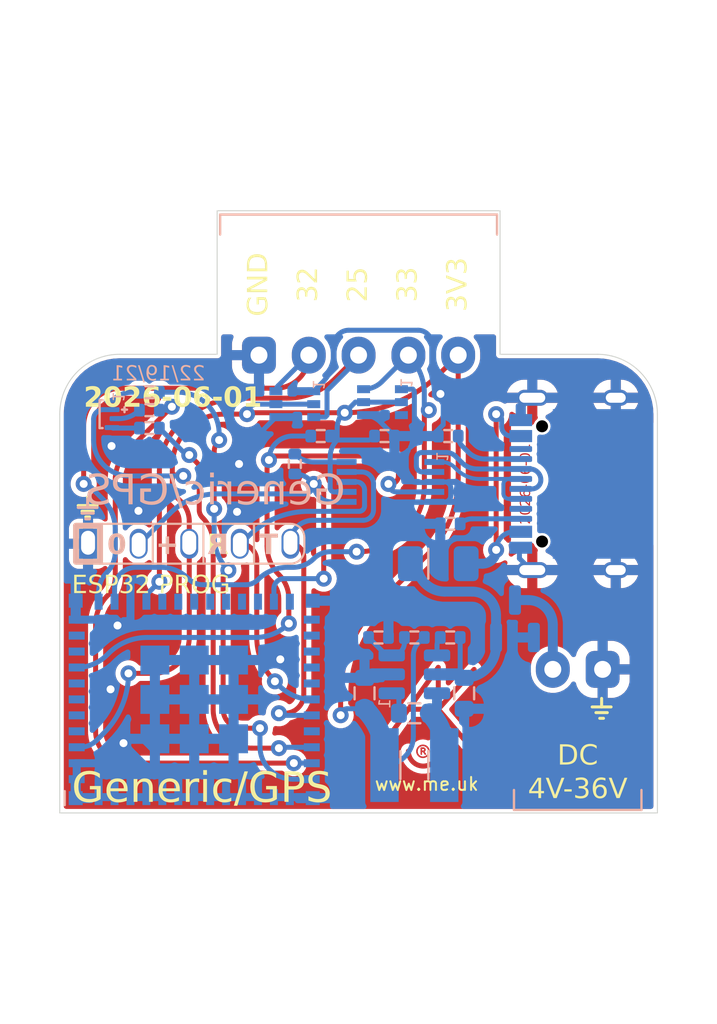
<source format=kicad_pcb>
(kicad_pcb (version 20221018) (generator pcbnew)
  (title_block (title "GPS reference") (rev "5") (company "Adrian Kennard Andrews & Arnold Ltd") (comment 1 "www.me.uk") (comment 2 "@TheRealRevK"))
  (layers (0 "F.Cu" signal) (31 "B.Cu" signal) (34 "B.Paste" user) (35 "F.Paste" user) (36 "B.SilkS" user "B.Silkscreen") (37 "F.SilkS" user "F.Silkscreen") (38 "B.Mask" user) (39 "F.Mask" user) (44 "Edge.Cuts" user))
  (net 0 "")
  (net 1 "D+")
  (net 2 "GND")
  (net 3 "D-")
  (net 4 "+3.3V")
  (net 5 "VBUS")
  (net 6 "O")
  (net 7 "I")
  (net 8 "Net-(D2-BK)")
  (net 9 "Net-(D2-RK)")
  (net 10 "Net-(D2-GK)")
  (net 11 "Net-(J2-CC1)")
  (net 12 "EN")
  (net 13 "DC")
  (net 15 "BOOT")
  (net 16 "G")
  (net 17 "R")
  (net 18 "B")
  (net 19 "Net-(J2-CC2)")
  (net 21 "TICK")
  (net 22 "GPSTX")
  (net 23 "GPSRX")
  (net 24 "Net-(U1-FB)")
  (net 45 "Net-(U1-BST)")
  (net 46 "Net-(U1-SW)")
  (net 48 "Net-(J1-DC)")
  (net 49 "Net-(U1-EN)")
  (footprint "RevK:AJK" (layer "F.Cu") (at 104 146.8)
    (fp_text reference "Logo2" hide)
    (fp_text value "AJK" hide)
  )
  (footprint "RevK:QR-SS" (layer "F.Cu") (at 112 135.5 -90)
    (fp_text reference "U5" hide)
    (fp_text value "QR" hide)
  )
  (footprint "RevK:CH340X" (layer "B.Cu") (at 101.6 135.4 180)
    (fp_text reference "U3" hide)
    (fp_text value "CH340X")
  )
  (footprint "RevK:R_0402" (layer "B.Cu") (at 98.1 133.1 180)
    (fp_text reference "R1" hide)
    (fp_text value "10k" hide)
  )
  (footprint "RevK:MHS190RGBCT" (layer "B.Cu") (at 87.75 132 -90)
    (fp_text reference "D2" hide)
    (fp_text value "LED_BARG" hide)
  )
  (footprint "RevK:R_0402" (layer "B.Cu") (at 101 143.2 180)
    (fp_text reference "R7" hide)
    (fp_text value "40k2" hide)
  )
  (footprint "RevK:R_0402" (layer "B.Cu") (at 104.6 143.2 180)
    (fp_text reference "R4" hide)
    (fp_text value "450k" hide)
  )
  (footprint "RevK:R_0402" (layer "B.Cu") (at 104.6 137.5)
    (fp_text reference "R3" hide)
    (fp_text value "5K1" hide)
  )
  (footprint "RevK:USC16-TR" (layer "B.Cu") (at 110.6 135.5 -90)
    (fp_text reference "J2" hide)
    (fp_text value "USB-C")
  )
  (footprint "RevK:R_0402" (layer "B.Cu") (at 89.5 132.7)
    (fp_text reference "R10" hide)
    (fp_text value "1K" hide)
  )
  (footprint "RevK:SOT-363_SC-70-6" (layer "B.Cu") (at 96.8 131.5 180)
    (fp_text reference "D4" hide)
    (fp_text value "BAV99S")
  )
  (footprint "RevK:ESP32-PICO-MINI-02" (layer "B.Cu") (at 91.75 146.30675)
    (fp_text reference "U2" hide)
    (fp_text value "ESP32-PICO-MINI-02")
  )
  (footprint "RevK:D_1206" (layer "B.Cu") (at 104 139.5)
    (fp_text reference "D1" hide)
    (fp_text value "D")
  )
  (footprint "RevK:R_0402" (layer "B.Cu") (at 89.5 131.8)
    (fp_text reference "R9" hide)
    (fp_text value "300R" hide)
  )
  (footprint "RevK:Shelly" (layer "B.Cu") (at 91.5 138.5 180)
    (fp_text reference "J3" hide)
    (fp_text value "Shelly" hide)
  )
  (footprint "RevK:L_4x4" (layer "B.Cu") (at 102.8 149.6 180)
    (fp_text reference "L1" hide)
    (fp_text value "10uH")
  )
  (footprint "RevK:R_0402" (layer "B.Cu") (at 102.8 143.2 180)
    (fp_text reference "R5" hide)
    (fp_text value "124k" hide)
  )
  (footprint "RevK:SOT-23" (layer "B.Cu") (at 107.85 142.2625 90)
    (fp_text reference "Q1" hide)
    (fp_text value "CJ2301")
  )
  (footprint "RevK:C_0603" (layer "B.Cu") (at 105.3 146 -90)
    (fp_text reference "C2" hide)
    (fp_text value "10uF 50V")
  )
  (footprint "RevK:C_0603" (layer "B.Cu") (at 102.8 147)
    (fp_text reference "C3" hide)
    (fp_text value "100nF")
  )
  (footprint "RevK:SOT-363_SC-70-6" (layer "B.Cu") (at 101.2 131.4 180)
    (fp_text reference "D5" hide)
    (fp_text value "BAV99S")
  )
  (footprint "RevK:C_0603" (layer "B.Cu") (at 100.3 146 90)
    (fp_text reference "C4" hide)
    (fp_text value "10uF 16V")
  )
  (footprint "RevK:R_0402" (layer "B.Cu") (at 96.8 134.5 -90)
    (fp_text reference "R6" hide)
    (fp_text value "4k7" hide)
  )
  (footprint "RevK:R_0402" (layer "B.Cu") (at 89.5 130.9)
    (fp_text reference "R11" hide)
    (fp_text value "100R" hide)
  )
  (footprint "RevK:C_0402" (layer "B.Cu") (at 101.3 133.1)
    (fp_text reference "C1" hide)
    (fp_text value "0.1uF" hide)
  )
  (footprint "RevK:R_0402" (layer "B.Cu") (at 104.5 133.1 180)
    (fp_text reference "R2" hide)
    (fp_text value "5K1" hide)
  )
  (footprint "RevK:PTSM-HH-2-RA" (layer "B.Cu") (at 111 144.8 180)
    (fp_text reference "J1" hide)
    (fp_text value "DC")
  )
  (footprint "RevK:PTSM-HH-5-RA" (layer "B.Cu") (at 100 129.0425)
    (fp_text reference "J4" hide)
    (fp_text value "Conn_01x05")
  )
  (footprint "RevK:SOT-23-6" (layer "B.Cu") (at 102.8 145.05)
    (fp_text reference "U1" hide)
    (fp_text value "MD8942")
  )
  (gr_arc (start 112 129) (mid 114.12132 129.87868) (end 115 132) (stroke (width 0.05)) (layer "Edge.Cuts"))
  (gr_line (start 85 152) (end 85 132) (stroke (width 0.05)) (layer "Edge.Cuts"))
  (gr_line (start 115 152) (end 85 152) (stroke (width 0.05)) (layer "Edge.Cuts"))
  (gr_line (start 88 129) (end 92.9 129) (stroke (width 0.05)) (layer "Edge.Cuts"))
  (gr_line (start 107.1 129) (end 112 129) (stroke (width 0.05)) (layer "Edge.Cuts"))
  (gr_line (start 107.1 121.8) (end 107.1 129) (stroke (width 0.05)) (layer "Edge.Cuts"))
  (gr_line (start 92.9 121.8) (end 107.1 121.8) (stroke (width 0.05)) (layer "Edge.Cuts"))
  (gr_line (start 92.9 129) (end 92.9 121.8) (stroke (width 0.05)) (layer "Edge.Cuts"))
  (gr_arc (start 85 132) (mid 85.87868 129.87868) (end 88 129) (stroke (width 0.05)) (layer "Edge.Cuts"))
  (gr_line (start 115 132) (end 115 152) (stroke (width 0.05)) (layer "Edge.Cuts"))
  (gr_text "Generic/GPS" (at 92.8 135.9) (layer "B.SilkS") (effects (font (size 1.5 1.5)) (justify mirror)))
  (gr_text "22/19/21" (at 92.3 130) (layer "B.SilkS") (effects (font (size 0.75 0.75)) (justify left mirror)))
  (gr_text "Generic/GPS" (at 85.6 151.7) (layer "F.SilkS") (effects (font (size 1.5 1.5)) (justify left bottom)))
  (gr_text "3V3" (at 105 125.5 90) (layer "F.SilkS") (effects (font (size 1 1))))
  (gr_text "33" (at 102.5 125.5 90) (layer "F.SilkS") (effects (font (size 1 1))))
  (gr_text "⏚" (at 112.2 146.8) (layer "F.SilkS") (effects (font (size 1 1))))
  (gr_text "25" (at 100 125.5 90) (layer "F.SilkS") (effects (font (size 1 1))))
  (gr_text "32" (at 97.5 125.5 90) (layer "F.SilkS") (effects (font (size 1 1))))
  (gr_text "${CURRENT_DATE}" (at 86.2 131.8) (layer "F.SilkS") (effects (font (size 1 1) (thickness 0.25) bold) (justify left bottom)))
  (gr_text "DC\n4V-36V" (at 111 150) (layer "F.SilkS") (effects (font (size 1 1))))
  (gr_text "GND" (at 95 125.5 90) (layer "F.SilkS") (effects (font (size 1 1))))
  (segment (start 107.53967 136.25) (end 108.14 136.25) (width 0.2) (layer "B.Cu") (net 1))
  (segment (start 107.27 135.51967) (end 107.27 135.98033) (width 0.2) (layer "B.Cu") (net 1))
  (segment (start 108.14 135.25) (end 106.071751 135.25) (width 0.2) (layer "B.Cu") (net 1))
  (segment (start 104.925 134.775) (end 104.825 134.675) (width 0.2) (layer "B.Cu") (net 1))
  (segment (start 108.14 135.25) (end 107.53967 135.25) (width 0.2) (layer "B.Cu") (net 1))
  (arc (start 107.27 135.98033) (mid 107.348985 136.171015) (end 107.53967 136.25) (width 0.2) (layer "B.Cu") (net 1))
  (arc (start 104.825 134.675) (mid 104.520396 134.47147) (end 104.161092 134.4) (width 0.2) (layer "B.Cu") (net 1))
  (arc (start 106.071751 135.25) (mid 105.451134 135.126552) (end 104.925 134.775) (width 0.2) (layer "B.Cu") (net 1))
  (arc (start 107.53967 135.25) (mid 107.348985 135.328985) (end 107.27 135.51967) (width 0.2) (layer "B.Cu") (net 1))
  (via (at 96.070248 144.297605) (size 0.8) (drill 0.4) (layers "F.Cu" "B.Cu") (net 2))
  (via (at 88.95 136.85) (size 0.8) (drill 0.4) (layers "F.Cu" "B.Cu") (net 2))
  (via (at 87.9 142.6) (size 0.8) (drill 0.4) (layers "F.Cu" "B.Cu") (net 2))
  (via (at 88.2 148.5) (size 0.8) (drill 0.4) (layers "F.Cu" "B.Cu") (net 2))
  (via (at 94 134.5) (size 0.8) (drill 0.4) (layers "F.Cu" "B.Cu") (net 2))
  (via (at 104.108637 130.987983) (size 0.8) (drill 0.4) (layers "F.Cu" "B.Cu") (net 2))
  (via (at 87.55 145.8) (size 0.8) (drill 0.4) (layers "F.Cu" "B.Cu") (net 2))
  (via (at 87.6 133.6) (size 0.8) (drill 0.4) (layers "F.Cu" "B.Cu") (net 2))
  (via (at 93.9 136.9) (size 0.8) (drill 0.4) (layers "F.Cu" "B.Cu") (net 2))
  (segment (start 88.19325 142.30675) (end 88.3 142.30675) (width 0.25) (layer "B.Cu") (net 2))
  (segment (start 103.675 128.480799) (end 103.675 129.97396) (width 0.25) (layer "B.Cu") (net 2))
  (segment (start 102.8 130.931066) (end 102.8 133.1) (width 0.25) (layer "B.Cu") (net 2))
  (segment (start 87.9 142.6) (end 88.19325 142.30675) (width 0.25) (layer "B.Cu") (net 2))
  (segment (start 103.675 133.1) (end 102.8 133.1) (width 0.5) (layer "B.Cu") (net 2))
  (segment (start 108.075 139.24) (end 108.655 139.82) (width 0.25) (layer "B.Cu") (net 2))
  (segment (start 102.8 133.1) (end 101.8 133.1) (width 0.5) (layer "B.Cu") (net 2))
  (segment (start 97.75 130.85) (end 98.166712 130.433288) (width 0.25) (layer "B.Cu") (net 2))
  (segment (start 87.60675 142.30675) (end 87.9 142.6) (width 0.25) (layer "B.Cu") (net 2))
  (segment (start 95.85 132.15) (end 94.353553 133.646447) (width 0.25) (layer "B.Cu") (net 2))
  (segment (start 104.25 131.129346) (end 104.25 132.525) (width 0.25) (layer "B.Cu") (net 2))
  (segment (start 104.108637 130.955461) (end 104.108637 130.987983) (width 0.25) (layer "B.Cu") (net 2))
  (segment (start 103.8 136.4) (end 104.325 136.4) (width 0.25) (layer "B.Cu") (net 2))
  (segment (start 102.15 130.75) (end 102.725 130.75) (width 0.25) (layer "B.Cu") (net 2))
  (segment (start 101.103554 132.403553) (end 101.8 133.1) (width 0.25) (layer "B.Cu") (net 2))
  (segment (start 101.6625 145.05) (end 100.722487 145.05) (width 0.6) (layer "B.Cu") (net 2))
  (segment (start 104.108637 130.987983) (end 104.25 131.129346) (width 0.25) (layer "B.Cu") (net 2))
  (segment (start 103.8 135.4) (end 104.325 135.4) (width 0.25) (layer "B.Cu") (net 2))
  (segment (start 98.760399 129) (end 98.760399 128.5454) (width 0.25) (layer "B.Cu") (net 2))
  (segment (start 97.949022 141.35675) (end 97.7 141.35675) (width 0.25) (layer "B.Cu") (net 2))
  (segment (start 85.85 142.30675) (end 87.60675 142.30675) (width 0.25) (layer "B.Cu") (net 2))
  (segment (start 88.55 142.05675) (end 88.55 141.40675) (width 0.25) (layer "B.Cu") (net 2))
  (segment (start 99.513299 127.7925) (end 102.986701 127.7925) (width 0.25) (layer "B.Cu") (net 2))
  (segment (start 108.075 131.76) (end 108.655 131.18) (width 0.25) (layer "B.Cu") (net 2))
  (segment (start 103.886642 130.733466) (end 104.108637 130.955461) (width 0.25) (layer "B.Cu") (net 2))
  (segment (start 104.625 135.7) (end 104.625 136.1) (width 0.25) (layer "B.Cu") (net 2))
  (segment (start 104.25 132.525) (end 103.675 133.1) (width 0.25) (layer "B.Cu") (net 2))
  (segment (start 108.075 132.3) (end 108.075 131.76) (width 0.25) (layer "B.Cu") (net 2))
  (segment (start 103.775 135.425) (end 102.96284 135.425) (width 0.25) (layer "B.Cu") (net 2))
  (segment (start 108.075 138.7) (end 108.075 139.24) (width 0.25) (layer "B.Cu") (net 2))
  (segment (start 101.8 134.26216) (end 101.8 133.1) (width 0.25) (layer "B.Cu") (net 2))
  (arc (start 103.675 129.97396) (mid 103.72947 130.367835) (end 103.886642 130.733466) (width 0.25) (layer "B.Cu") (net 2))
  (arc (start 104.325 136.4) (mid 104.537132 136.312132) (end 104.625 136.1) (width 0.25) (layer "B.Cu") (net 2))
  (arc (start 98.166712 130.433288) (mid 98.606105 129.77569) (end 98.760399 129) (width 0.25) (layer "B.Cu") (net 2))
  (arc (start 102.725 130.75) (mid 102.780508 130.833073) (end 102.8 130.931066) (width 0.25) (layer "B.Cu") (net 2))
  (arc (start 94.353553 133.646447) (mid 94.091885 134.03806) (end 94 134.5) (width 0.25) (layer "B.Cu") (net 2))
  (arc (start 104.325 135.4) (mid 104.537132 135.487868) (end 104.625 135.7) (width 0.25) (layer "B.Cu") (net 2))
  (arc (start 88.3 142.30675) (mid 88.476777 142.233527) (end 88.55 142.05675) (width 0.25) (layer "B.Cu") (net 2))
  (arc (start 100.722487 145.05) (mid 100.493839 145.095481) (end 100.3 145.225) (width 0.6) (layer "B.Cu") (net 2))
  (arc (start 102.986701 127.7925) (mid 103.473402 127.994098) (end 103.675 128.480799) (width 0.25) (layer "B.Cu") (net 2))
  (arc (start 98.760399 128.5454) (mid 98.980918 128.013019) (end 99.513299 127.7925) (width 0.25) (layer "B.Cu") (net 2))
  (arc (start 100.25 132.05) (mid 100.71194 132.141886) (end 101.103554 132.403553) (width 0.25) (layer "B.Cu") (net 2))
  (arc (start 102.96284 135.425) (mid 102.140588 135.084412) (end 101.8 134.26216) (width 0.25) (layer "B.Cu") (net 2))
  (segment (start 108.7 135.75) (end 108.14 135.75) (width 0.25) (layer "B.Cu") (net 3))
  (segment (start 108.14 134.75) (end 108.6 134.75) (width 0.25) (layer "B.Cu") (net 3))
  (segment (start 103.175 133.925) (end 104.4 133.925) (width 0.25) (layer "B.Cu") (net 3))
  (segment (start 105.17552 134.42448) (end 104.87123 134.12019) (width 0.25) (layer "B.Cu") (net 3))
  (segment (start 103.8 134.9) (end 103.2 134.9) (width 0.25) (layer "B.Cu") (net 3))
  (segment (start 105.961394 134.75) (end 108.14 134.75) (width 0.25) (layer "B.Cu") (net 3))
  (segment (start 102.9 134.6) (end 102.9 134.2) (width 0.25) (layer "B.Cu") (net 3))
  (arc (start 109.15 135.3) (mid 109.018198 135.618198) (end 108.7 135.75) (width 0.25) (layer "B.Cu") (net 3))
  (arc (start 108.6 134.75) (mid 108.988909 134.911091) (end 109.15 135.3) (width 0.25) (layer "B.Cu") (net 3))
  (arc (start 105.17552 134.42448) (mid 105.536082 134.6654) (end 105.961394 134.75) (width 0.25) (layer "B.Cu") (net 3))
  (arc (start 104.87123 134.12019) (mid 104.655029 133.975728) (end 104.4 133.925) (width 0.25) (layer "B.Cu") (net 3))
  (arc (start 103.2 134.9) (mid 102.987868 134.812132) (end 102.9 134.6) (width 0.25) (layer "B.Cu") (net 3))
  (arc (start 102.9 134.2) (mid 102.980546 134.005546) (end 103.175 133.925) (width 0.25) (layer "B.Cu") (net 3))
  (segment (start 90.65 135.65) (end 90.65 135.05) (width 0.25) (layer "F.Cu") (net 4))
  (segment (start 94.4 132) (end 93.25 132) (width 0.25) (layer "F.Cu") (net 4))
  (segment (start 105 129.0425) (end 105 135.2) (width 0.25) (layer "F.Cu") (net 4))
  (segment (start 94.5668 131.930909) (end 99.304795 131.930909) (width 0.25) (layer "F.Cu") (net 4))
  (segment (start 91.1 136.4) (end 90.862132 136.162132) (width 0.25) (layer "F.Cu") (net 4))
  (segment (start 91.5 143.2) (end 91.5 138.5) (width 0.25) (layer "F.Cu") (net 4))
  (segment (start 101 141.5) (end 103.373654 139.126346) (width 0.25) (layer "F.Cu") (net 4))
  (segment (start 99.1 147.1) (end 99.1 146.087005) (width 0.25) (layer "F.Cu") (net 4))
  (segment (start 90.65 135.05) (end 90.65 134.6) (width 0.25) (layer "F.Cu") (net 4))
  (segment (start 104.096133 129.946366) (end 105 129.0425) (width 0.25) (layer "F.Cu") (net 4))
  (segment (start 91.5 138.5) (end 91.5 137.365685) (width 0.25) (layer "F.Cu") (net 4))
  (segment (start 91.07929 135.05) (end 90.65 135.05) (width 0.25) (layer "F.Cu") (net 4))
  (segment (start 99.304795 131.930909) (end 99.304862 131.930976) (width 0.25) (layer "F.Cu") (net 4))
  (segment (start 88.450498 145) (end 89.7 145) (width 0.25) (layer "F.Cu") (net 4))
  (via (at 88.450498 145) (size 0.8) (drill 0.4) (layers "F.Cu" "B.Cu") (net 4))
  (via (at 99.1 147.1) (size 0.8) (drill 0.4) (layers "F.Cu" "B.Cu") (net 4))
  (via (at 99.304862 131.930976) (size 0.8) (drill 0.4) (layers "F.Cu" "B.Cu") (net 4))
  (via (at 91.2 135.1) (size 0.8) (drill 0.4) (layers "F.Cu" "B.Cu") (net 4))
  (via (at 94.4 132) (size 0.8) (drill 0.4) (layers "F.Cu" "B.Cu") (net 4))
  (arc (start 99.1 146.087005) (mid 99.593794 143.604536) (end 101 141.5) (width 0.25) (layer "F.Cu") (net 4))
  (arc (start 103.373654 139.126346) (mid 104.577326 137.324924) (end 105 135.2) (width 0.25) (layer "F.Cu") (net 4))
  (arc (start 99.304862 131.930976) (mid 101.897879 131.415193) (end 104.096133 129.946366) (width 0.25) (layer "F.Cu") (net 4))
  (arc (start 89.7 145) (mid 90.972792 144.472792) (end 91.5 143.2) (width 0.25) (layer "F.Cu") (net 4))
  (arc (start 93.25 132) (mid 91.411522 132.761522) (end 90.65 134.6) (width 0.25) (layer "F.Cu") (net 4))
  (arc (start 94.4 132) (mid 94.476528 131.948865) (end 94.5668 131.930909) (width 0.25) (layer "F.Cu") (net 4))
  (arc (start 90.862132 136.162132) (mid 90.705131 135.927164) (end 90.65 135.65) (width 0.25) (layer "F.Cu") (net 4))
  (arc (start 91.2 135.1) (mid 91.144618 135.062994) (end 91.07929 135.05) (width 0.25) (layer "F.Cu") (net 4))
  (arc (start 91.5 137.365685) (mid 91.396043 136.84306) (end 91.1 136.4) (width 0.25) (layer "F.Cu") (net 4))
  (segment (start 98.575 134.4) (end 98.575 135.7) (width 0.25) (layer "B.Cu") (net 4))
  (segment (start 98.575 134.144974) (end 98.575 134.4) (width 0.25) (layer "B.Cu") (net 4))
  (segment (start 101.3 149.189213) (end 101.3 149.6) (width 1) (layer "B.Cu") (net 4))
  (segment (start 99.4 134.4) (end 98.575 134.4) (width 0.25) (layer "B.Cu") (net 4))
  (segment (start 99.304862 131.932891) (end 99.304862 131.930976) (width 0.25) (layer "B.Cu") (net 4))
  (segment (start 99.4 135.9) (end 98.775 135.9) (width 0.25) (layer "B.Cu") (net 4))
  (segment (start 98.925 133.3) (end 98.925 132.709119) (width 0.25) (layer "B.Cu") (net 4))
  (segment (start 87.175 131.775) (end 87.75 131.775) (width 0.25) (layer "B.Cu") (net 4))
  (segment (start 102.75 148.15) (end 102.75 144.1) (width 0.25) (layer "B.Cu") (net 4))
  (segment (start 86.853375 148.353375) (end 87.20864 147.998109) (width 0.25) (layer "B.Cu") (net 4))
  (segment (start 95.85 131.5) (end 94.9 131.5) (width 0.25) (layer "B.Cu") (net 4))
  (segment (start 86.7 133.3) (end 86.7 132.25) (width 0.25) (layer "B.Cu") (net 4))
  (segment (start 100.25 131.4) (end 99.835838 131.4) (width 0.25) (layer "B.Cu") (net 4))
  (segment (start 99.835838 131.4) (end 99.304862 131.930976) (width 0.25) (layer "B.Cu") (net 4))
  (segment (start 103.270538 143.2) (end 103.018321 143.452217) (width 0.25) (layer "B.Cu") (net 4))
  (segment (start 99.053209 132.184544) (end 99.304862 131.932891) (width 0.25) (layer "B.Cu") (net 4))
  (segment (start 100.25 131.4) (end 102.15 131.4) (width 0.25) (layer "B.Cu") (net 4))
  (segment (start 95.85 131.5) (end 97.75 131.5) (width 0.25) (layer "B.Cu") (net 4))
  (segment (start 91.2 135.1) (end 88.5 135.1) (width 0.25) (layer "B.Cu") (net 4))
  (segment (start 100.3 146.775) (end 99.425 146.775) (width 0.25) (layer "B.Cu") (net 4))
  (segment (start 98.575 134.4) (end 97.765685 134.4) (width 0.25) (layer "B.Cu") (net 4))
  (segment (start 98.925 133.3) (end 100.525 133.3) (width 0.25) (layer "B.Cu") (net 4))
  (arc (start 94.9 131.5) (mid 94.546447 131.646447) (end 94.4 132) (width 0.25) (layer "B.Cu") (net 4))
  (arc (start 88.450498 145) (mid 88.12775 146.622565) (end 87.20864 147.998109) (width 0.25) (layer "B.Cu") (net 4))
  (arc (start 98.775 135.9) (mid 98.633579 135.841421) (end 98.575 135.7) (width 0.25) (layer "B.Cu") (net 4))
  (arc (start 101.3 149.6) (mid 102.325305 149.175305) (end 102.75 148.15) (width 0.25) (layer "B.Cu") (net 4))
  (arc (start 97.765685 134.4) (mid 97.24306 134.296043) (end 96.8 134) (width 0.25) (layer "B.Cu") (net 4))
  (arc (start 103.018321 143.452217) (mid 102.819734 143.749422) (end 102.75 144.1) (width 0.25) (layer "B.Cu") (net 4))
  (arc (start 86.000253 148.70675) (mid 86.461959 148.614911) (end 86.853375 148.353375) (width 0.25) (layer "B.Cu") (net 4))
  (arc (start 86.7 132.25) (mid 86.839124 131.914124) (end 87.175 131.775) (width 0.25) (layer "B.Cu") (net 4))
  (arc (start 88.5 135.1) (mid 87.227208 134.572792) (end 86.7 133.3) (width 0.25) (layer "B.Cu") (net 4))
  (arc (start 98.925 133.3) (mid 98.665962 133.687677) (end 98.575 134.144974) (width 0.25) (layer "B.Cu") (net 4))
  (arc (start 100.3 146.775) (mid 101.040108 147.88265) (end 101.3 149.189213) (width 1) (layer "B.Cu") (net 4))
  (arc (start 99.425 146.775) (mid 99.19519 146.87019) (end 99.1 147.1) (width 0.25) (layer "B.Cu") (net 4))
  (arc (start 98.925 132.709119) (mid 98.95825 132.439502) (end 99.053209 132.184544) (width 0.25) (layer "B.Cu") (net 4))
  (segment (start 106.905498 138.807771) (end 106.905498 132) (width 0.25) (layer "F.Cu") (net 5))
  (via (at 106.905498 138.807771) (size 0.8) (drill 0.4) (layers "F.Cu" "B.Cu") (net 5))
  (via (at 106.905498 132) (size 0.8) (drill 0.4) (layers "F.Cu" "B.Cu") (net 5))
  (segment (start 107.180489 132.619511) (end 107.180489 132.274991) (width 0.25) (layer "B.Cu") (net 5))
  (segment (start 105.4 139.5) (end 106.213269 139.5) (width 0.5) (layer "B.Cu") (net 5))
  (segment (start 108.075 133.1) (end 107.660978 133.1) (width 0.25) (layer "B.Cu") (net 5))
  (arc (start 107.813269 137.9) (mid 107.171378 138.16588) (end 106.905498 138.807771) (width 0.25) (layer "B.Cu") (net 5))
  (arc (start 107.180489 132.274991) (mid 107.099946 132.080543) (end 106.905498 132) (width 0.25) (layer "B.Cu") (net 5))
  (arc (start 106.213269 139.5) (mid 106.702749 139.297251) (end 106.905498 138.807771) (width 0.5) (layer "B.Cu") (net 5))
  (arc (start 107.660978 133.1) (mid 107.321221 132.959268) (end 107.180489 132.619511) (width 0.25) (layer "B.Cu") (net 5))
  (segment (start 97.25 146.05) (end 97.25 139.17) (width 0.25) (layer "F.Cu") (net 6))
  (segment (start 96 147) (end 96.3 147) (width 0.25) (layer "F.Cu") (net 6))
  (via (at 96 147) (size 0.8) (drill 0.4) (layers "F.Cu" "B.Cu") (net 6))
  (arc (start 96.3 147) (mid 96.971751 146.721751) (end 97.25 146.05) (width 0.25) (layer "F.Cu") (net 6))
  (arc (start 97.25 139.17) (mid 97.053762 138.696238) (end 96.58 138.5) (width 0.25) (layer "F.Cu") (net 6))
  (segment (start 100.15 134.9) (end 99.4 134.9) (width 0.25) (layer "B.Cu") (net 6))
  (segment (start 100.75 136.8) (end 100.75 135.5) (width 0.25) (layer "B.Cu") (net 6))
  (segment (start 96.10675 147.10675) (end 96 147) (width 0.25) (layer "B.Cu") (net 6))
  (segment (start 97.65 147.10675) (end 96.10675 147.10675) (width 0.25) (layer "B.Cu") (net 6))
  (segment (start 97.705 137.325) (end 100.225 137.325) (width 0.25) (layer "B.Cu") (net 6))
  (arc (start 100.75 135.5) (mid 100.574264 135.075736) (end 100.15 134.9) (width 0.25) (layer "B.Cu") (net 6))
  (arc (start 96.58 138.45) (mid 96.909505 137.654505) (end 97.705 137.325) (width 0.25) (layer "B.Cu") (net 6))
  (arc (start 100.225 137.325) (mid 100.596231 137.171231) (end 100.75 136.8) (width 0.25) (layer "B.Cu") (net 6))
  (segment (start 94.89 143.203066) (end 94.89 139.35) (width 0.25) (layer "F.Cu") (net 7))
  (via (at 95.8 145.4) (size 0.8) (drill 0.4) (layers "F.Cu" "B.Cu") (net 7))
  (arc (start 94.89 139.35) (mid 94.641041 138.748959) (end 94.04 138.5) (width 0.25) (layer "F.Cu") (net 7))
  (arc (start 95.8 145.4) (mid 95.126501 144.392038) (end 94.89 143.203066) (width 0.25) (layer "F.Cu") (net 7))
  (segment (start 99.9 135.4) (end 99.4 135.4) (width 0.25) (layer "B.Cu") (net 7))
  (segment (start 94.04 138.55) (end 94.452814 138.137186) (width 0.25) (layer "B.Cu") (net 7))
  (segment (start 100.3 136.6) (end 100.3 135.8) (width 0.25) (layer "B.Cu") (net 7))
  (segment (start 97.5 136.875) (end 100.025 136.875) (width 0.25) (layer "B.Cu") (net 7))
  (segment (start 96.039771 145.639772) (end 95.8 145.4) (width 0.25) (layer "B.Cu") (net 7))
  (arc (start 97.65 146.30675) (mid 96.778551 146.133408) (end 96.039771 145.639772) (width 0.25) (layer "B.Cu") (net 7))
  (arc (start 100.3 135.8) (mid 100.182843 135.517157) (end 99.9 135.4) (width 0.25) (layer "B.Cu") (net 7))
  (arc (start 94.452814 138.137186) (mid 95.850874 137.203032) (end 97.5 136.875) (width 0.25) (layer "B.Cu") (net 7))
  (arc (start 100.025 136.875) (mid 100.219454 136.794454) (end 100.3 136.6) (width 0.25) (layer "B.Cu") (net 7))
  (segment (start 88.65104 130.9) (end 89 130.9) (width 0.25) (layer "B.Cu") (net 8))
  (arc (start 87.625 131.325) (mid 88.095751 131.010454) (end 88.65104 130.9) (width 0.25) (layer "B.Cu") (net 8))
  (segment (start 87.75 132.225) (end 87.97396 132.225) (width 0.25) (layer "B.Cu") (net 9))
  (arc (start 87.97396 132.225) (mid 88.529249 132.114547) (end 89 131.8) (width 0.25) (layer "B.Cu") (net 9))
  (segment (start 87.685355 132.7) (end 89 132.7) (width 0.25) (layer "B.Cu") (net 10))
  (arc (start 87.625 132.675) (mid 87.65269 132.693503) (end 87.685355 132.7) (width 0.25) (layer "B.Cu") (net 10))
  (segment (start 105.5 133.9) (end 105.212133 133.612133) (width 0.25) (layer "B.Cu") (net 11))
  (segment (start 108.14 134.25) (end 106.344974 134.25) (width 0.25) (layer "B.Cu") (net 11))
  (arc (start 105.212133 133.612133) (mid 105.055132 133.377165) (end 105 133.1) (width 0.25) (layer "B.Cu") (net 11))
  (arc (start 106.344974 134.25) (mid 105.887678 134.159038) (end 105.5 133.9) (width 0.25) (layer "B.Cu") (net 11))
  (segment (start 95.405489 134.394511) (end 95.405489 138.614724) (width 0.25) (layer "F.Cu") (net 12))
  (segment (start 102 135.1) (end 102 134.5) (width 0.25) (layer "F.Cu") (net 12))
  (segment (start 101.6 134.1) (end 95.7 134.1) (width 0.25) (layer "F.Cu") (net 12))
  (segment (start 95.45 134.35) (end 95.405489 134.394511) (width 0.25) (layer "F.Cu") (net 12))
  (segment (start 95.45 134.35) (end 95.5 134.3) (width 0.25) (layer "F.Cu") (net 12))
  (segment (start 96.5 141.257106) (end 96.5 142.5) (width 0.25) (layer "F.Cu") (net 12))
  (segment (start 101.5 135.5) (end 101.6 135.5) (width 0.25) (layer "F.Cu") (net 12))
  (via (at 95.5 134.3) (size 0.8) (drill 0.4) (layers "F.Cu" "B.Cu") (net 12))
  (via (at 96.5 142.5) (size 0.8) (drill 0.4) (layers "F.Cu" "B.Cu") (net 12))
  (via (at 101.5 135.5) (size 0.8) (drill 0.4) (layers "F.Cu" "B.Cu") (net 12))
  (arc (start 101.6 135.5) (mid 101.882843 135.382843) (end 102 135.1) (width 0.25) (layer "F.Cu") (net 12))
  (arc (start 96 140.05) (mid 96.370054 140.603825) (end 96.5 141.257106) (width 0.25) (layer "F.Cu") (net 12))
  (arc (start 95.7 134.1) (mid 95.558579 134.158579) (end 95.5 134.3) (width 0.25) (layer "F.Cu") (net 12))
  (arc (start 95.405489 138.614724) (mid 95.559998 139.391489) (end 96 140.05) (width 0.25) (layer "F.Cu") (net 12))
  (arc (start 102 134.5) (mid 101.882843 134.217157) (end 101.6 134.1) (width 0.25) (layer "F.Cu") (net 12))
  (segment (start 97.6 133.1) (end 96.7 133.1) (width 0.25) (layer "B.Cu") (net 12))
  (segment (start 94.810051 143.2) (end 89.38137 143.2) (width 0.25) (layer "B.Cu") (net 12))
  (segment (start 101.9 135.9) (end 103.8 135.9) (width 0.25) (layer "B.Cu") (net 12))
  (segment (start 87.45 144) (end 87.374873 144.075127) (width 0.25) (layer "B.Cu") (net 12))
  (arc (start 87.374873 144.075127) (mid 86.675255 144.542597) (end 85.85 144.70675) (width 0.25) (layer "B.Cu") (net 12))
  (arc (start 96.7 133.1) (mid 95.851472 133.451472) (end 95.5 134.3) (width 0.25) (layer "B.Cu") (net 12))
  (arc (start 101.5 135.5) (mid 101.617157 135.782843) (end 101.9 135.9) (width 0.25) (layer "B.Cu") (net 12))
  (arc (start 89.38137 143.2) (mid 88.33612 143.407913) (end 87.45 144) (width 0.25) (layer "B.Cu") (net 12))
  (arc (start 96.5 142.5) (mid 95.724645 143.018076) (end 94.810051 143.2) (width 0.25) (layer "B.Cu") (net 12))
  (segment (start 106.9 142.1) (end 106.9 143.2) (width 0.5) (layer "B.Cu") (net 13))
  (segment (start 104.329789 140.9) (end 105.7 140.9) (width 0.5) (layer "B.Cu") (net 13))
  (segment (start 104.825 145.05) (end 103.9375 145.05) (width 0.25) (layer "B.Cu") (net 13))
  (segment (start 103.9375 145.05) (end 105.025 145.05) (width 0.6) (layer "B.Cu") (net 13))
  (segment (start 105.1 143.2) (end 105.1 144.775) (width 0.25) (layer "B.Cu") (net 13))
  (segment (start 106.9 143.2) (end 106.9 143.625) (width 0.5) (layer "B.Cu") (net 13))
  (arc (start 102.929789 139.5) (mid 103.33984 140.489949) (end 104.329789 140.9) (width 0.5) (layer "B.Cu") (net 13))
  (arc (start 105.7 140.9) (mid 106.548528 141.251472) (end 106.9 142.1) (width 0.5) (layer "B.Cu") (net 13))
  (arc (start 106.9 143.625) (mid 106.431371 144.756371) (end 105.3 145.225) (width 0.5) (layer "B.Cu") (net 13))
  (arc (start 105.1 144.775) (mid 105.019454 144.969454) (end 104.825 145.05) (width 0.25) (layer "B.Cu") (net 13))
  (arc (start 105.025 145.05) (mid 105.219454 145.130546) (end 105.3 145.325) (width 0.6) (layer "B.Cu") (net 13))
  (segment (start 98.25 140.25) (end 98.25 136) (width 0.25) (layer "F.Cu") (net 15))
  (via (at 97.75 135.5) (size 0.8) (drill 0.4) (layers "F.Cu" "B.Cu") (net 15))
  (via (at 98.25 140.25) (size 0.8) (drill 0.4) (layers "F.Cu" "B.Cu") (net 15))
  (arc (start 98.25 136) (mid 98.103553 135.646447) (end 97.75 135.5) (width 0.25) (layer "F.Cu") (net 15))
  (segment (start 97.568198 135.318198) (end 97.75 135.5) (width 0.25) (layer "B.Cu") (net 15))
  (segment (start 99.4 136.4) (end 98.65 136.4) (width 0.25) (layer "B.Cu") (net 15))
  (segment (start 97.25 136) (end 92.9 136) (width 0.25) (layer "B.Cu") (net 15))
  (segment (start 95.75 141.40675) (end 95.75 140.75675) (width 0.25) (layer "B.Cu") (net 15))
  (segment (start 88.96 138.55) (end 90.527121 136.982879) (width 0.25) (layer "B.Cu") (net 15))
  (segment (start 96.25675 140.25) (end 98.25 140.25) (width 0.25) (layer "B.Cu") (net 15))
  (arc (start 96.8 135) (mid 97.215746 135.082697) (end 97.568198 135.318198) (width 0.25) (layer "B.Cu") (net 15))
  (arc (start 95.75 140.75675) (mid 95.898424 140.398424) (end 96.25675 140.25) (width 0.25) (layer "B.Cu") (net 15))
  (arc (start 90.527121 136.982879) (mid 91.615807 136.255442) (end 92.9 136) (width 0.25) (layer "B.Cu") (net 15))
  (arc (start 98.65 136.4) (mid 98.013604 136.136396) (end 97.75 135.5) (width 0.25) (layer "B.Cu") (net 15))
  (arc (start 97.75 135.5) (mid 97.603553 135.853553) (end 97.25 136) (width 0.25) (layer "B.Cu") (net 15))
  (segment (start 92.7 146.8) (end 92.7 138.484456) (width 0.25) (layer "F.Cu") (net 16))
  (segment (start 91.893933 134.443933) (end 91.5 134.05) (width 0.25) (layer "F.Cu") (net 16))
  (segment (start 92 136.794508) (end 92 134.7) (width 0.25) (layer "F.Cu") (net 16))
  (segment (start 96 148.75) (end 94.65 148.75) (width 0.25) (layer "F.Cu") (net 16))
  (via (at 96 148.75) (size 0.8) (drill 0.4) (layers "F.Cu" "B.Cu") (net 16))
  (via (at 91.5 134.05) (size 0.8) (drill 0.4) (layers "F.Cu" "B.Cu") (net 16))
  (arc (start 92.7 138.484456) (mid 92.56036 137.78244) (end 92.1627 137.1873) (width 0.25) (layer "F.Cu") (net 16))
  (arc (start 92.1627 137.1873) (mid 92.042285 137.007085) (end 92 136.794508) (width 0.25) (layer "F.Cu") (net 16))
  (arc (start 94.65 148.75) (mid 93.271142 148.178858) (end 92.7 146.8) (width 0.25) (layer "F.Cu") (net 16))
  (arc (start 92 134.7) (mid 91.972434 134.561418) (end 91.893933 134.443933) (width 0.25) (layer "F.Cu") (net 16))
  (segment (start 97.65 148.70675) (end 96.04325 148.70675) (width 0.25) (layer "B.Cu") (net 16))
  (segment (start 96.04325 148.70675) (end 96 148.75) (width 0.25) (layer "B.Cu") (net 16))
  (segment (start 90 132.7) (end 91.243934 133.943934) (width 0.25) (layer "B.Cu") (net 16))
  (arc (start 91.243934 133.943934) (mid 91.361418 134.022434) (end 91.5 134.05) (width 0.25) (layer "B.Cu") (net 16))
  (segment (start 86.8 147.9) (end 86.8 142.548528) (width 0.25) (layer "F.Cu") (net 17))
  (segment (start 87.785489 140.169348) (end 87.785489 135.3) (width 0.25) (layer "F.Cu") (net 17))
  (segment (start 90.627232 131.63016) (end 88.371042 133.88635) (width 0.25) (layer "F.Cu") (net 17))
  (segment (start 96.75 149.5) (end 88.4 149.5) (width 0.25) (layer "F.Cu") (net 17))
  (via (at 96.75 149.5) (size 0.8) (drill 0.4) (layers "F.Cu" "B.Cu") (net 17))
  (via (at 90.627232 131.63016) (size 0.8) (drill 0.4) (layers "F.Cu" "B.Cu") (net 17))
  (arc (start 87.4 141.1) (mid 87.685304 140.673013) (end 87.785489 140.169348) (width 0.25) (layer "F.Cu") (net 17))
  (arc (start 86.8 142.548528) (mid 86.955935 141.764591) (end 87.4 141.1) (width 0.25) (layer "F.Cu") (net 17))
  (arc (start 88.4 149.5) (mid 87.268629 149.031371) (end 86.8 147.9) (width 0.25) (layer "F.Cu") (net 17))
  (arc (start 88.371042 133.88635) (mid 87.937669 134.534937) (end 87.785489 135.3) (width 0.25) (layer "F.Cu") (net 17))
  (segment (start 96.75 149.5) (end 97.64325 149.5) (width 0.25) (layer "B.Cu") (net 17))
  (segment (start 90.457392 131.8) (end 90 131.8) (width 0.25) (layer "B.Cu") (net 17))
  (arc (start 90.627232 131.63016) (mid 90.577487 131.750255) (end 90.457392 131.8) (width 0.25) (layer "B.Cu") (net 17))
  (segment (start 92.75 136.75) (end 92.75 133.903553) (width 0.25) (layer "F.Cu") (net 18))
  (segment (start 95.049502 147.75) (end 94.15 147.75) (width 0.25) (layer "F.Cu") (net 18))
  (segment (start 93.2 146.8) (end 93.2 140.095807) (width 0.25) (layer "F.Cu") (net 18))
  (via (at 93 133.3) (size 0.8) (drill 0.4) (layers "F.Cu" "B.Cu") (net 18))
  (via (at 95.049502 147.75) (size 0.8) (drill 0.4) (layers "F.Cu" "B.Cu") (net 18))
  (via (at 92.75 136.75) (size 0.8) (drill 0.4) (layers "F.Cu" "B.Cu") (net 18))
  (via (at 93.465161 139.830646) (size 0.8) (drill 0.4) (layers "F.Cu" "B.Cu") (net 18))
  (arc (start 92.75 133.903553) (mid 92.814973 133.576913) (end 93 133.3) (width 0.25) (layer "F.Cu") (net 18))
  (arc (start 94.15 147.75) (mid 93.478249 147.471751) (end 93.2 146.8) (width 0.25) (layer "F.Cu") (net 18))
  (arc (start 93.2 140.095807) (mid 93.277664 139.90831) (end 93.465161 139.830646) (width 0.25) (layer "F.Cu") (net 18))
  (segment (start 97.65 150.30675) (end 96.69325 150.30675) (width 0.25) (layer "B.Cu") (net 18))
  (segment (start 90.922377 130.9) (end 90 130.9) (width 0.25) (layer "B.Cu") (net 18))
  (segment (start 95.049502 147.75) (end 95.049502 148.663002) (width 0.25) (layer "B.Cu") (net 18))
  (segment (start 93 133.3) (end 93 132.977623) (width 0.25) (layer "B.Cu") (net 18))
  (segment (start 92.75 136.75) (end 92.75 138.104095) (width 0.25) (layer "B.Cu") (net 18))
  (arc (start 93 132.977623) (mid 92.391478 131.508522) (end 90.922377 130.9) (width 0.25) (layer "B.Cu") (net 18))
  (arc (start 95.049502 148.663002) (mid 95.530945 149.825307) (end 96.69325 150.30675) (width 0.25) (layer "B.Cu") (net 18))
  (arc (start 92.75 138.104095) (mid 92.935865 139.038497) (end 93.465161 139.830646) (width 0.25) (layer "B.Cu") (net 18))
  (segment (start 108.14 137.25) (end 105.703553 137.25) (width 0.25) (layer "B.Cu") (net 19))
  (arc (start 105.703553 137.25) (mid 105.376913 137.314972) (end 105.1 137.5) (width 0.25) (layer "B.Cu") (net 19))
  (segment (start 103.3 132.025) (end 103.525 131.8) (width 0.25) (layer "F.Cu") (net 21))
  (segment (start 103.3 135.6) (end 103.3 132.025) (width 0.25) (layer "F.Cu") (net 21))
  (segment (start 99.9 138.9) (end 100 138.9) (width 0.25) (layer "F.Cu") (net 21))
  (via (at 99.9 138.9) (size 0.8) (drill 0.4) (layers "F.Cu" "B.Cu") (net 21))
  (via (at 103.525 131.8) (size 0.8) (drill 0.4) (layers "F.Cu" "B.Cu") (net 21))
  (arc (start 100 138.9) (mid 102.333452 137.933452) (end 103.3 135.6) (width 0.25) (layer "F.Cu") (net 21))
  (segment (start 99.9 138.9) (end 98.594974 138.9) (width 0.25) (layer "B.Cu") (net 21))
  (segment (start 88.824003 139.682747) (end 90.080531 139.682747) (width 0.25) (layer "B.Cu") (net 21))
  (segment (start 103.297948 131.572948) (end 103.525 131.8) (width 0.25) (layer "B.Cu") (net 21))
  (segment (start 87.75 141.40675) (end 87.75 140.75675) (width 0.25) (layer "B.Cu") (net 21))
  (segment (start 101.176106 130.366395) (end 102.5 129.0425) (width 0.25) (layer "B.Cu") (net 21))
  (segment (start 103.297948 130.820595) (end 103.297948 131.572948) (width 0.25) (layer "B.Cu") (net 21))
  (segment (start 92.18669 140.555147) (end 94.334021 140.555147) (width 0.25) (layer "B.Cu") (net 21))
  (segment (start 96.582747 139.682747) (end 96.705257 139.682747) (width 0.25) (layer "B.Cu") (net 21))
  (segment (start 96.44018 139.682747) (end 96.582747 139.682747) (width 0.25) (layer "B.Cu") (net 21))
  (arc (start 90.080531 139.682747) (mid 90.821682 139.830171) (end 91.45 140.25) (width 0.25) (layer "B.Cu") (net 21))
  (arc (start 91.45 140.25) (mid 91.787996 140.475842) (end 92.18669 140.555147) (width 0.25) (layer "B.Cu") (net 21))
  (arc (start 87.75 140.75675) (mid 88.064568 139.997315) (end 88.824003 139.682747) (width 0.25) (layer "B.Cu") (net 21))
  (arc (start 102.5 129.0425) (mid 103.061782 129.858258) (end 103.297948 130.820595) (width 0.25) (layer "B.Cu") (net 21))
  (arc (start 96.705257 139.682747) (mid 97.270668 139.570279) (end 97.75 139.25) (width 0.25) (layer "B.Cu") (net 21))
  (arc (start 98.594974 138.9) (mid 98.137678 138.990962) (end 97.75 139.25) (width 0.25) (layer "B.Cu") (net 21))
  (arc (start 94.95 140.3) (mid 95.6337 139.843166) (end 96.44018 139.682747) (width 0.25) (layer "B.Cu") (net 21))
  (arc (start 100.25 130.75) (mid 100.751205 130.650304) (end 101.176106 130.366395) (width 0.25) (layer "B.Cu") (net 21))
  (arc (start 94.334021 140.555147) (mid 94.667386 140.488836) (end 94.95 140.3) (width 0.25) (layer "B.Cu") (net 21))
  (segment (start 90 140.407248) (end 90 134.914213) (width 0.25) (layer "F.Cu") (net 22))
  (segment (start 94.138477 131.2) (end 96.4 131.2) (width 0.25) (layer "F.Cu") (net 22))
  (segment (start 98.862502 130.179998) (end 100 129.0425) (width 0.25) (layer "F.Cu") (net 22))
  (via (at 90 140.407248) (size 0.8) (drill 0.4) (layers "F.Cu" "B.Cu") (net 22))
  (arc (start 90 134.914213) (mid 90.259891 133.607651) (end 91 132.5) (width 0.25) (layer "F.Cu") (net 22))
  (arc (start 96.4 131.2) (mid 97.732697 130.93491) (end 98.862502 130.179998) (width 0.25) (layer "F.Cu") (net 22))
  (arc (start 91 132.5) (mid 92.439945 131.537859) (end 94.138477 131.2) (width 0.25) (layer "F.Cu") (net 22))
  (segment (start 89.35 141.057248) (end 90 140.407248) (width 0.25) (layer "B.Cu") (net 22))
  (segment (start 98.325 132.15) (end 97.75 132.15) (width 0.25) (layer "B.Cu") (net 22))
  (segment (start 100 129.236396) (end 98.41562 130.820776) (width 0.25) (layer "B.Cu") (net 22))
  (segment (start 98.41562 132.05938) (end 98.325 132.15) (width 0.25) (layer "B.Cu") (net 22))
  (segment (start 98.41562 130.820776) (end 98.41562 132.05938) (width 0.25) (layer "B.Cu") (net 22))
  (segment (start 89.35 141.40675) (end 89.35 141.057248) (width 0.25) (layer "B.Cu") (net 22))
  (segment (start 88.1 130.7) (end 95.8425 130.7) (width 0.25) (layer "F.Cu") (net 23))
  (segment (start 86.2 135.5) (end 86.2 132.6) (width 0.25) (layer "F.Cu") (net 23))
  (via (at 86.2 135.5) (size 0.8) (drill 0.4) (layers "F.Cu" "B.Cu") (net 23))
  (arc (start 95.8425 130.7) (mid 97.014529 130.214529) (end 97.5 129.0425) (width 0.25) (layer "F.Cu") (net 23))
  (arc (start 86.2 132.6) (mid 86.756497 131.256497) (end 88.1 130.7) (width 0.25) (layer "F.Cu") (net 23))
  (segment (start 87.785489 138.9215) (end 87.785489 137.784206) (width 0.25) (layer "B.Cu") (net 23))
  (segment (start 95.961369 130.58113) (end 97.5 129.0425) (width 0.25) (layer "B.Cu") (net 23))
  (segment (start 86.95 141.40675) (end 86.95 140.938548) (width 0.25) (layer "B.Cu") (net 23))
  (segment (start 87.15 136.25) (end 86.541421 135.641421) (width 0.25) (layer "B.Cu") (net 23))
  (arc (start 87.366267 139.933591) (mid 87.676537 139.46924) (end 87.785489 138.9215) (width 0.25) (layer "B.Cu") (net 23))
  (arc (start 86.541421 135.641421) (mid 86.384776 135.536754) (end 86.2 135.5) (width 0.25) (layer "B.Cu") (net 23))
  (arc (start 87.785489 137.784206) (mid 87.620331 136.9539) (end 87.15 136.25) (width 0.25) (layer "B.Cu") (net 23))
  (arc (start 95.85 130.85) (mid 95.878944 130.704489) (end 95.961369 130.58113) (width 0.25) (layer "B.Cu") (net 23))
  (arc (start 86.95 140.938548) (mid 87.058184 140.39467) (end 87.366267 139.933591) (width 0.25) (layer "B.Cu") (net 23))
  (segment (start 102.3 143.2) (end 102.3 143.4625) (width 0.25) (layer "B.Cu") (net 24))
  (segment (start 100.5 143.2) (end 101.4 144.1) (width 0.25) (layer "B.Cu") (net 24))
  (arc (start 102.3 143.4625) (mid 102.113281 143.913281) (end 101.6625 144.1) (width 0.25) (layer "B.Cu") (net 24))
  (segment (start 102.025 147) (end 102.025 146.3625) (width 0.25) (layer "B.Cu") (net 45))
  (arc (start 102.025 146.3625) (mid 101.918826 146.106174) (end 101.6625 146) (width 0.25) (layer "B.Cu") (net 45))
  (segment (start 104.3 148.750304) (end 104.3 149.6) (width 1) (layer "B.Cu") (net 46))
  (segment (start 103.9375 146) (end 103.9375 146.6375) (width 0.5) (layer "B.Cu") (net 46))
  (arc (start 103.9375 146.6375) (mid 103.831326 146.893826) (end 103.575 147) (width 0.5) (layer "B.Cu") (net 46))
  (arc (start 103.575 147) (mid 104.111578 147.803045) (end 104.3 148.750304) (width 1) (layer "B.Cu") (net 46))
  (segment (start 109.75 142.563972) (end 109.75 144.8) (width 0.5) (layer "B.Cu") (net 48))
  (segment (start 107.85 141.325) (end 108.511028 141.325) (width 0.5) (layer "B.Cu") (net 48))
  (arc (start 108.511028 141.325) (mid 109.387114 141.687886) (end 109.75 142.563972) (width 0.5) (layer "B.Cu") (net 48))
  (segment (start 103.9375 143.592309) (end 103.9375 144.1) (width 0.25) (layer "B.Cu") (net 49))
  (arc (start 104.1 143.2) (mid 103.979732 143.379993) (end 103.9375 143.592309) (width 0.25) (layer "B.Cu") (net 49))
  (zone (net 2) (net_name "GND") (layers "F&B.Cu") (connect_pads (clearance 0.254)) (min_thickness 0.254) (fill yes (thermal_gap 0.508) (thermal_bridge_width 0.508))
    (polygon (pts (xy 118 152) (xy 82 152) (xy 82 128) (xy 118 128)))
  )
)
</source>
